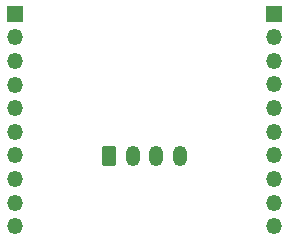
<source format=gbs>
G04 #@! TF.GenerationSoftware,KiCad,Pcbnew,7.0.7*
G04 #@! TF.CreationDate,2023-10-04T17:02:25-06:00*
G04 #@! TF.ProjectId,FPV_4-Pin_Module,4650565f-342d-4506-996e-5f4d6f64756c,rev?*
G04 #@! TF.SameCoordinates,Original*
G04 #@! TF.FileFunction,Soldermask,Bot*
G04 #@! TF.FilePolarity,Negative*
%FSLAX46Y46*%
G04 Gerber Fmt 4.6, Leading zero omitted, Abs format (unit mm)*
G04 Created by KiCad (PCBNEW 7.0.7) date 2023-10-04 17:02:25*
%MOMM*%
%LPD*%
G01*
G04 APERTURE LIST*
G04 Aperture macros list*
%AMRoundRect*
0 Rectangle with rounded corners*
0 $1 Rounding radius*
0 $2 $3 $4 $5 $6 $7 $8 $9 X,Y pos of 4 corners*
0 Add a 4 corners polygon primitive as box body*
4,1,4,$2,$3,$4,$5,$6,$7,$8,$9,$2,$3,0*
0 Add four circle primitives for the rounded corners*
1,1,$1+$1,$2,$3*
1,1,$1+$1,$4,$5*
1,1,$1+$1,$6,$7*
1,1,$1+$1,$8,$9*
0 Add four rect primitives between the rounded corners*
20,1,$1+$1,$2,$3,$4,$5,0*
20,1,$1+$1,$4,$5,$6,$7,0*
20,1,$1+$1,$6,$7,$8,$9,0*
20,1,$1+$1,$8,$9,$2,$3,0*%
G04 Aperture macros list end*
%ADD10R,1.350000X1.350000*%
%ADD11O,1.350000X1.350000*%
%ADD12RoundRect,0.250000X-0.350000X-0.625000X0.350000X-0.625000X0.350000X0.625000X-0.350000X0.625000X0*%
%ADD13O,1.200000X1.750000*%
G04 APERTURE END LIST*
D10*
X138330000Y-71280000D03*
D11*
X138330000Y-73280000D03*
X138330000Y-75280000D03*
X138330000Y-77280000D03*
X138330000Y-79280000D03*
X138330000Y-81280000D03*
X138330000Y-83280000D03*
X138330000Y-85280000D03*
X138330000Y-87280000D03*
X138330000Y-89280000D03*
D10*
X160300000Y-71270000D03*
D11*
X160300000Y-73270000D03*
X160300000Y-75270000D03*
X160300000Y-77270000D03*
X160300000Y-79270000D03*
X160300000Y-81270000D03*
X160300000Y-83270000D03*
X160300000Y-85270000D03*
X160300000Y-87270000D03*
X160300000Y-89270000D03*
D12*
X146300000Y-83310000D03*
D13*
X148300000Y-83310000D03*
X150300000Y-83310000D03*
X152300000Y-83310000D03*
M02*

</source>
